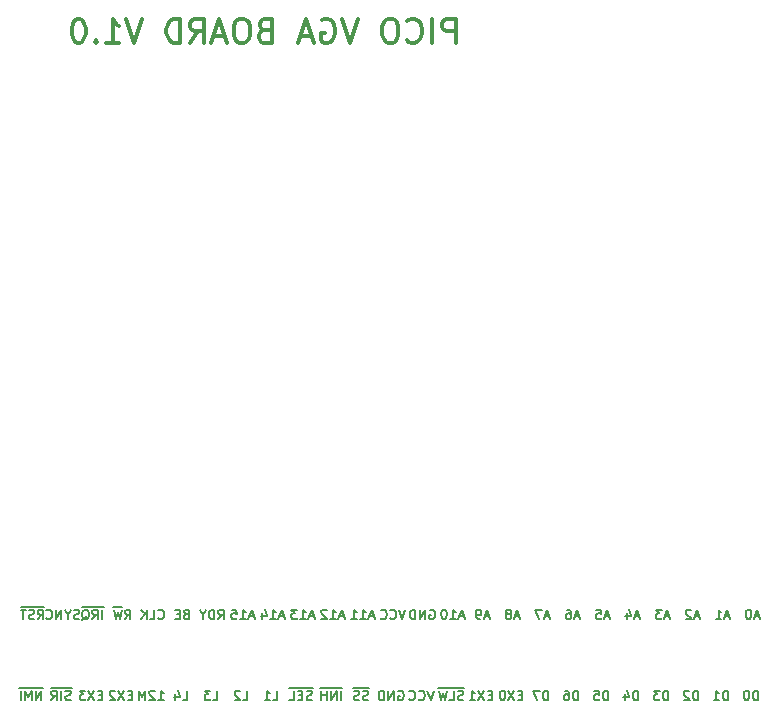
<source format=gbr>
%TF.GenerationSoftware,KiCad,Pcbnew,7.0.6-0*%
%TF.CreationDate,2023-07-30T18:46:11+02:00*%
%TF.ProjectId,pico_vga,7069636f-5f76-4676-912e-6b696361645f,v1.0*%
%TF.SameCoordinates,Original*%
%TF.FileFunction,Legend,Bot*%
%TF.FilePolarity,Positive*%
%FSLAX46Y46*%
G04 Gerber Fmt 4.6, Leading zero omitted, Abs format (unit mm)*
G04 Created by KiCad (PCBNEW 7.0.6-0) date 2023-07-30 18:46:11*
%MOMM*%
%LPD*%
G01*
G04 APERTURE LIST*
%ADD10C,0.300000*%
%ADD11C,0.150000*%
G04 APERTURE END LIST*
D10*
X141539477Y-94508638D02*
X141539477Y-92508638D01*
X141539477Y-92508638D02*
X140777572Y-92508638D01*
X140777572Y-92508638D02*
X140587096Y-92603876D01*
X140587096Y-92603876D02*
X140491858Y-92699114D01*
X140491858Y-92699114D02*
X140396620Y-92889590D01*
X140396620Y-92889590D02*
X140396620Y-93175304D01*
X140396620Y-93175304D02*
X140491858Y-93365780D01*
X140491858Y-93365780D02*
X140587096Y-93461019D01*
X140587096Y-93461019D02*
X140777572Y-93556257D01*
X140777572Y-93556257D02*
X141539477Y-93556257D01*
X139539477Y-94508638D02*
X139539477Y-92508638D01*
X137444239Y-94318161D02*
X137539477Y-94413400D01*
X137539477Y-94413400D02*
X137825191Y-94508638D01*
X137825191Y-94508638D02*
X138015667Y-94508638D01*
X138015667Y-94508638D02*
X138301382Y-94413400D01*
X138301382Y-94413400D02*
X138491858Y-94222923D01*
X138491858Y-94222923D02*
X138587096Y-94032447D01*
X138587096Y-94032447D02*
X138682334Y-93651495D01*
X138682334Y-93651495D02*
X138682334Y-93365780D01*
X138682334Y-93365780D02*
X138587096Y-92984828D01*
X138587096Y-92984828D02*
X138491858Y-92794352D01*
X138491858Y-92794352D02*
X138301382Y-92603876D01*
X138301382Y-92603876D02*
X138015667Y-92508638D01*
X138015667Y-92508638D02*
X137825191Y-92508638D01*
X137825191Y-92508638D02*
X137539477Y-92603876D01*
X137539477Y-92603876D02*
X137444239Y-92699114D01*
X136206144Y-92508638D02*
X135825191Y-92508638D01*
X135825191Y-92508638D02*
X135634715Y-92603876D01*
X135634715Y-92603876D02*
X135444239Y-92794352D01*
X135444239Y-92794352D02*
X135349001Y-93175304D01*
X135349001Y-93175304D02*
X135349001Y-93841971D01*
X135349001Y-93841971D02*
X135444239Y-94222923D01*
X135444239Y-94222923D02*
X135634715Y-94413400D01*
X135634715Y-94413400D02*
X135825191Y-94508638D01*
X135825191Y-94508638D02*
X136206144Y-94508638D01*
X136206144Y-94508638D02*
X136396620Y-94413400D01*
X136396620Y-94413400D02*
X136587096Y-94222923D01*
X136587096Y-94222923D02*
X136682334Y-93841971D01*
X136682334Y-93841971D02*
X136682334Y-93175304D01*
X136682334Y-93175304D02*
X136587096Y-92794352D01*
X136587096Y-92794352D02*
X136396620Y-92603876D01*
X136396620Y-92603876D02*
X136206144Y-92508638D01*
X133253762Y-92508638D02*
X132587096Y-94508638D01*
X132587096Y-94508638D02*
X131920429Y-92508638D01*
X130206143Y-92603876D02*
X130396619Y-92508638D01*
X130396619Y-92508638D02*
X130682333Y-92508638D01*
X130682333Y-92508638D02*
X130968048Y-92603876D01*
X130968048Y-92603876D02*
X131158524Y-92794352D01*
X131158524Y-92794352D02*
X131253762Y-92984828D01*
X131253762Y-92984828D02*
X131349000Y-93365780D01*
X131349000Y-93365780D02*
X131349000Y-93651495D01*
X131349000Y-93651495D02*
X131253762Y-94032447D01*
X131253762Y-94032447D02*
X131158524Y-94222923D01*
X131158524Y-94222923D02*
X130968048Y-94413400D01*
X130968048Y-94413400D02*
X130682333Y-94508638D01*
X130682333Y-94508638D02*
X130491857Y-94508638D01*
X130491857Y-94508638D02*
X130206143Y-94413400D01*
X130206143Y-94413400D02*
X130110905Y-94318161D01*
X130110905Y-94318161D02*
X130110905Y-93651495D01*
X130110905Y-93651495D02*
X130491857Y-93651495D01*
X129349000Y-93937209D02*
X128396619Y-93937209D01*
X129539476Y-94508638D02*
X128872810Y-92508638D01*
X128872810Y-92508638D02*
X128206143Y-94508638D01*
X125348999Y-93461019D02*
X125063285Y-93556257D01*
X125063285Y-93556257D02*
X124968047Y-93651495D01*
X124968047Y-93651495D02*
X124872809Y-93841971D01*
X124872809Y-93841971D02*
X124872809Y-94127685D01*
X124872809Y-94127685D02*
X124968047Y-94318161D01*
X124968047Y-94318161D02*
X125063285Y-94413400D01*
X125063285Y-94413400D02*
X125253761Y-94508638D01*
X125253761Y-94508638D02*
X126015666Y-94508638D01*
X126015666Y-94508638D02*
X126015666Y-92508638D01*
X126015666Y-92508638D02*
X125348999Y-92508638D01*
X125348999Y-92508638D02*
X125158523Y-92603876D01*
X125158523Y-92603876D02*
X125063285Y-92699114D01*
X125063285Y-92699114D02*
X124968047Y-92889590D01*
X124968047Y-92889590D02*
X124968047Y-93080066D01*
X124968047Y-93080066D02*
X125063285Y-93270542D01*
X125063285Y-93270542D02*
X125158523Y-93365780D01*
X125158523Y-93365780D02*
X125348999Y-93461019D01*
X125348999Y-93461019D02*
X126015666Y-93461019D01*
X123634714Y-92508638D02*
X123253761Y-92508638D01*
X123253761Y-92508638D02*
X123063285Y-92603876D01*
X123063285Y-92603876D02*
X122872809Y-92794352D01*
X122872809Y-92794352D02*
X122777571Y-93175304D01*
X122777571Y-93175304D02*
X122777571Y-93841971D01*
X122777571Y-93841971D02*
X122872809Y-94222923D01*
X122872809Y-94222923D02*
X123063285Y-94413400D01*
X123063285Y-94413400D02*
X123253761Y-94508638D01*
X123253761Y-94508638D02*
X123634714Y-94508638D01*
X123634714Y-94508638D02*
X123825190Y-94413400D01*
X123825190Y-94413400D02*
X124015666Y-94222923D01*
X124015666Y-94222923D02*
X124110904Y-93841971D01*
X124110904Y-93841971D02*
X124110904Y-93175304D01*
X124110904Y-93175304D02*
X124015666Y-92794352D01*
X124015666Y-92794352D02*
X123825190Y-92603876D01*
X123825190Y-92603876D02*
X123634714Y-92508638D01*
X122015666Y-93937209D02*
X121063285Y-93937209D01*
X122206142Y-94508638D02*
X121539476Y-92508638D01*
X121539476Y-92508638D02*
X120872809Y-94508638D01*
X119063285Y-94508638D02*
X119729952Y-93556257D01*
X120206142Y-94508638D02*
X120206142Y-92508638D01*
X120206142Y-92508638D02*
X119444237Y-92508638D01*
X119444237Y-92508638D02*
X119253761Y-92603876D01*
X119253761Y-92603876D02*
X119158523Y-92699114D01*
X119158523Y-92699114D02*
X119063285Y-92889590D01*
X119063285Y-92889590D02*
X119063285Y-93175304D01*
X119063285Y-93175304D02*
X119158523Y-93365780D01*
X119158523Y-93365780D02*
X119253761Y-93461019D01*
X119253761Y-93461019D02*
X119444237Y-93556257D01*
X119444237Y-93556257D02*
X120206142Y-93556257D01*
X118206142Y-94508638D02*
X118206142Y-92508638D01*
X118206142Y-92508638D02*
X117729952Y-92508638D01*
X117729952Y-92508638D02*
X117444237Y-92603876D01*
X117444237Y-92603876D02*
X117253761Y-92794352D01*
X117253761Y-92794352D02*
X117158523Y-92984828D01*
X117158523Y-92984828D02*
X117063285Y-93365780D01*
X117063285Y-93365780D02*
X117063285Y-93651495D01*
X117063285Y-93651495D02*
X117158523Y-94032447D01*
X117158523Y-94032447D02*
X117253761Y-94222923D01*
X117253761Y-94222923D02*
X117444237Y-94413400D01*
X117444237Y-94413400D02*
X117729952Y-94508638D01*
X117729952Y-94508638D02*
X118206142Y-94508638D01*
X114968046Y-92508638D02*
X114301380Y-94508638D01*
X114301380Y-94508638D02*
X113634713Y-92508638D01*
X111920427Y-94508638D02*
X113063284Y-94508638D01*
X112491856Y-94508638D02*
X112491856Y-92508638D01*
X112491856Y-92508638D02*
X112682332Y-92794352D01*
X112682332Y-92794352D02*
X112872808Y-92984828D01*
X112872808Y-92984828D02*
X113063284Y-93080066D01*
X111063284Y-94318161D02*
X110968046Y-94413400D01*
X110968046Y-94413400D02*
X111063284Y-94508638D01*
X111063284Y-94508638D02*
X111158522Y-94413400D01*
X111158522Y-94413400D02*
X111063284Y-94318161D01*
X111063284Y-94318161D02*
X111063284Y-94508638D01*
X109729951Y-92508638D02*
X109539474Y-92508638D01*
X109539474Y-92508638D02*
X109348998Y-92603876D01*
X109348998Y-92603876D02*
X109253760Y-92699114D01*
X109253760Y-92699114D02*
X109158522Y-92889590D01*
X109158522Y-92889590D02*
X109063284Y-93270542D01*
X109063284Y-93270542D02*
X109063284Y-93746733D01*
X109063284Y-93746733D02*
X109158522Y-94127685D01*
X109158522Y-94127685D02*
X109253760Y-94318161D01*
X109253760Y-94318161D02*
X109348998Y-94413400D01*
X109348998Y-94413400D02*
X109539474Y-94508638D01*
X109539474Y-94508638D02*
X109729951Y-94508638D01*
X109729951Y-94508638D02*
X109920427Y-94413400D01*
X109920427Y-94413400D02*
X110015665Y-94318161D01*
X110015665Y-94318161D02*
X110110903Y-94127685D01*
X110110903Y-94127685D02*
X110206141Y-93746733D01*
X110206141Y-93746733D02*
X110206141Y-93270542D01*
X110206141Y-93270542D02*
X110110903Y-92889590D01*
X110110903Y-92889590D02*
X110015665Y-92699114D01*
X110015665Y-92699114D02*
X109920427Y-92603876D01*
X109920427Y-92603876D02*
X109729951Y-92508638D01*
D11*
X146938928Y-143072223D02*
X146557975Y-143072223D01*
X147015118Y-143300795D02*
X146748451Y-142500795D01*
X146748451Y-142500795D02*
X146481785Y-143300795D01*
X146100833Y-142843652D02*
X146177023Y-142805557D01*
X146177023Y-142805557D02*
X146215118Y-142767461D01*
X146215118Y-142767461D02*
X146253214Y-142691271D01*
X146253214Y-142691271D02*
X146253214Y-142653176D01*
X146253214Y-142653176D02*
X146215118Y-142576985D01*
X146215118Y-142576985D02*
X146177023Y-142538890D01*
X146177023Y-142538890D02*
X146100833Y-142500795D01*
X146100833Y-142500795D02*
X145948452Y-142500795D01*
X145948452Y-142500795D02*
X145872261Y-142538890D01*
X145872261Y-142538890D02*
X145834166Y-142576985D01*
X145834166Y-142576985D02*
X145796071Y-142653176D01*
X145796071Y-142653176D02*
X145796071Y-142691271D01*
X145796071Y-142691271D02*
X145834166Y-142767461D01*
X145834166Y-142767461D02*
X145872261Y-142805557D01*
X145872261Y-142805557D02*
X145948452Y-142843652D01*
X145948452Y-142843652D02*
X146100833Y-142843652D01*
X146100833Y-142843652D02*
X146177023Y-142881747D01*
X146177023Y-142881747D02*
X146215118Y-142919842D01*
X146215118Y-142919842D02*
X146253214Y-142996033D01*
X146253214Y-142996033D02*
X146253214Y-143148414D01*
X146253214Y-143148414D02*
X146215118Y-143224604D01*
X146215118Y-143224604D02*
X146177023Y-143262700D01*
X146177023Y-143262700D02*
X146100833Y-143300795D01*
X146100833Y-143300795D02*
X145948452Y-143300795D01*
X145948452Y-143300795D02*
X145872261Y-143262700D01*
X145872261Y-143262700D02*
X145834166Y-143224604D01*
X145834166Y-143224604D02*
X145796071Y-143148414D01*
X145796071Y-143148414D02*
X145796071Y-142996033D01*
X145796071Y-142996033D02*
X145834166Y-142919842D01*
X145834166Y-142919842D02*
X145872261Y-142881747D01*
X145872261Y-142881747D02*
X145948452Y-142843652D01*
X106165594Y-143300795D02*
X106432261Y-142919842D01*
X106622737Y-143300795D02*
X106622737Y-142500795D01*
X106622737Y-142500795D02*
X106317975Y-142500795D01*
X106317975Y-142500795D02*
X106241785Y-142538890D01*
X106241785Y-142538890D02*
X106203690Y-142576985D01*
X106203690Y-142576985D02*
X106165594Y-142653176D01*
X106165594Y-142653176D02*
X106165594Y-142767461D01*
X106165594Y-142767461D02*
X106203690Y-142843652D01*
X106203690Y-142843652D02*
X106241785Y-142881747D01*
X106241785Y-142881747D02*
X106317975Y-142919842D01*
X106317975Y-142919842D02*
X106622737Y-142919842D01*
X105860833Y-143262700D02*
X105746547Y-143300795D01*
X105746547Y-143300795D02*
X105556071Y-143300795D01*
X105556071Y-143300795D02*
X105479880Y-143262700D01*
X105479880Y-143262700D02*
X105441785Y-143224604D01*
X105441785Y-143224604D02*
X105403690Y-143148414D01*
X105403690Y-143148414D02*
X105403690Y-143072223D01*
X105403690Y-143072223D02*
X105441785Y-142996033D01*
X105441785Y-142996033D02*
X105479880Y-142957938D01*
X105479880Y-142957938D02*
X105556071Y-142919842D01*
X105556071Y-142919842D02*
X105708452Y-142881747D01*
X105708452Y-142881747D02*
X105784642Y-142843652D01*
X105784642Y-142843652D02*
X105822737Y-142805557D01*
X105822737Y-142805557D02*
X105860833Y-142729366D01*
X105860833Y-142729366D02*
X105860833Y-142653176D01*
X105860833Y-142653176D02*
X105822737Y-142576985D01*
X105822737Y-142576985D02*
X105784642Y-142538890D01*
X105784642Y-142538890D02*
X105708452Y-142500795D01*
X105708452Y-142500795D02*
X105517975Y-142500795D01*
X105517975Y-142500795D02*
X105403690Y-142538890D01*
X105175118Y-142500795D02*
X104717975Y-142500795D01*
X104946547Y-143300795D02*
X104946547Y-142500795D01*
X106733214Y-142278700D02*
X104721785Y-142278700D01*
X113557023Y-143300795D02*
X113823690Y-142919842D01*
X114014166Y-143300795D02*
X114014166Y-142500795D01*
X114014166Y-142500795D02*
X113709404Y-142500795D01*
X113709404Y-142500795D02*
X113633214Y-142538890D01*
X113633214Y-142538890D02*
X113595119Y-142576985D01*
X113595119Y-142576985D02*
X113557023Y-142653176D01*
X113557023Y-142653176D02*
X113557023Y-142767461D01*
X113557023Y-142767461D02*
X113595119Y-142843652D01*
X113595119Y-142843652D02*
X113633214Y-142881747D01*
X113633214Y-142881747D02*
X113709404Y-142919842D01*
X113709404Y-142919842D02*
X114014166Y-142919842D01*
X113290357Y-142500795D02*
X113099881Y-143300795D01*
X113099881Y-143300795D02*
X112947500Y-142729366D01*
X112947500Y-142729366D02*
X112795119Y-143300795D01*
X112795119Y-143300795D02*
X112604643Y-142500795D01*
X113324643Y-142278700D02*
X112570357Y-142278700D01*
X116363689Y-143224604D02*
X116401785Y-143262700D01*
X116401785Y-143262700D02*
X116516070Y-143300795D01*
X116516070Y-143300795D02*
X116592261Y-143300795D01*
X116592261Y-143300795D02*
X116706547Y-143262700D01*
X116706547Y-143262700D02*
X116782737Y-143186509D01*
X116782737Y-143186509D02*
X116820832Y-143110319D01*
X116820832Y-143110319D02*
X116858928Y-142957938D01*
X116858928Y-142957938D02*
X116858928Y-142843652D01*
X116858928Y-142843652D02*
X116820832Y-142691271D01*
X116820832Y-142691271D02*
X116782737Y-142615080D01*
X116782737Y-142615080D02*
X116706547Y-142538890D01*
X116706547Y-142538890D02*
X116592261Y-142500795D01*
X116592261Y-142500795D02*
X116516070Y-142500795D01*
X116516070Y-142500795D02*
X116401785Y-142538890D01*
X116401785Y-142538890D02*
X116363689Y-142576985D01*
X115639880Y-143300795D02*
X116020832Y-143300795D01*
X116020832Y-143300795D02*
X116020832Y-142500795D01*
X115373213Y-143300795D02*
X115373213Y-142500795D01*
X114916070Y-143300795D02*
X115258928Y-142843652D01*
X114916070Y-142500795D02*
X115373213Y-142957938D01*
X149478928Y-143072223D02*
X149097975Y-143072223D01*
X149555118Y-143300795D02*
X149288451Y-142500795D01*
X149288451Y-142500795D02*
X149021785Y-143300795D01*
X148831309Y-142500795D02*
X148297975Y-142500795D01*
X148297975Y-142500795D02*
X148640833Y-143300795D01*
X142239881Y-143072223D02*
X141858928Y-143072223D01*
X142316071Y-143300795D02*
X142049404Y-142500795D01*
X142049404Y-142500795D02*
X141782738Y-143300795D01*
X141097024Y-143300795D02*
X141554167Y-143300795D01*
X141325595Y-143300795D02*
X141325595Y-142500795D01*
X141325595Y-142500795D02*
X141401786Y-142615080D01*
X141401786Y-142615080D02*
X141477976Y-142691271D01*
X141477976Y-142691271D02*
X141554167Y-142729366D01*
X140601785Y-142500795D02*
X140525595Y-142500795D01*
X140525595Y-142500795D02*
X140449404Y-142538890D01*
X140449404Y-142538890D02*
X140411309Y-142576985D01*
X140411309Y-142576985D02*
X140373214Y-142653176D01*
X140373214Y-142653176D02*
X140335119Y-142805557D01*
X140335119Y-142805557D02*
X140335119Y-142996033D01*
X140335119Y-142996033D02*
X140373214Y-143148414D01*
X140373214Y-143148414D02*
X140411309Y-143224604D01*
X140411309Y-143224604D02*
X140449404Y-143262700D01*
X140449404Y-143262700D02*
X140525595Y-143300795D01*
X140525595Y-143300795D02*
X140601785Y-143300795D01*
X140601785Y-143300795D02*
X140677976Y-143262700D01*
X140677976Y-143262700D02*
X140716071Y-143224604D01*
X140716071Y-143224604D02*
X140754166Y-143148414D01*
X140754166Y-143148414D02*
X140792262Y-142996033D01*
X140792262Y-142996033D02*
X140792262Y-142805557D01*
X140792262Y-142805557D02*
X140754166Y-142653176D01*
X140754166Y-142653176D02*
X140716071Y-142576985D01*
X140716071Y-142576985D02*
X140677976Y-142538890D01*
X140677976Y-142538890D02*
X140601785Y-142500795D01*
X154558928Y-143072223D02*
X154177975Y-143072223D01*
X154635118Y-143300795D02*
X154368451Y-142500795D01*
X154368451Y-142500795D02*
X154101785Y-143300795D01*
X153454166Y-142500795D02*
X153835118Y-142500795D01*
X153835118Y-142500795D02*
X153873214Y-142881747D01*
X153873214Y-142881747D02*
X153835118Y-142843652D01*
X153835118Y-142843652D02*
X153758928Y-142805557D01*
X153758928Y-142805557D02*
X153568452Y-142805557D01*
X153568452Y-142805557D02*
X153492261Y-142843652D01*
X153492261Y-142843652D02*
X153454166Y-142881747D01*
X153454166Y-142881747D02*
X153416071Y-142957938D01*
X153416071Y-142957938D02*
X153416071Y-143148414D01*
X153416071Y-143148414D02*
X153454166Y-143224604D01*
X153454166Y-143224604D02*
X153492261Y-143262700D01*
X153492261Y-143262700D02*
X153568452Y-143300795D01*
X153568452Y-143300795D02*
X153758928Y-143300795D01*
X153758928Y-143300795D02*
X153835118Y-143262700D01*
X153835118Y-143262700D02*
X153873214Y-143224604D01*
X157098928Y-143072223D02*
X156717975Y-143072223D01*
X157175118Y-143300795D02*
X156908451Y-142500795D01*
X156908451Y-142500795D02*
X156641785Y-143300795D01*
X156032261Y-142767461D02*
X156032261Y-143300795D01*
X156222737Y-142462700D02*
X156413214Y-143034128D01*
X156413214Y-143034128D02*
X155917975Y-143034128D01*
X162178928Y-143072223D02*
X161797975Y-143072223D01*
X162255118Y-143300795D02*
X161988451Y-142500795D01*
X161988451Y-142500795D02*
X161721785Y-143300795D01*
X161493214Y-142576985D02*
X161455118Y-142538890D01*
X161455118Y-142538890D02*
X161378928Y-142500795D01*
X161378928Y-142500795D02*
X161188452Y-142500795D01*
X161188452Y-142500795D02*
X161112261Y-142538890D01*
X161112261Y-142538890D02*
X161074166Y-142576985D01*
X161074166Y-142576985D02*
X161036071Y-142653176D01*
X161036071Y-142653176D02*
X161036071Y-142729366D01*
X161036071Y-142729366D02*
X161074166Y-142843652D01*
X161074166Y-142843652D02*
X161531309Y-143300795D01*
X161531309Y-143300795D02*
X161036071Y-143300795D01*
X167258928Y-143072223D02*
X166877975Y-143072223D01*
X167335118Y-143300795D02*
X167068451Y-142500795D01*
X167068451Y-142500795D02*
X166801785Y-143300795D01*
X166382737Y-142500795D02*
X166306547Y-142500795D01*
X166306547Y-142500795D02*
X166230356Y-142538890D01*
X166230356Y-142538890D02*
X166192261Y-142576985D01*
X166192261Y-142576985D02*
X166154166Y-142653176D01*
X166154166Y-142653176D02*
X166116071Y-142805557D01*
X166116071Y-142805557D02*
X166116071Y-142996033D01*
X166116071Y-142996033D02*
X166154166Y-143148414D01*
X166154166Y-143148414D02*
X166192261Y-143224604D01*
X166192261Y-143224604D02*
X166230356Y-143262700D01*
X166230356Y-143262700D02*
X166306547Y-143300795D01*
X166306547Y-143300795D02*
X166382737Y-143300795D01*
X166382737Y-143300795D02*
X166458928Y-143262700D01*
X166458928Y-143262700D02*
X166497023Y-143224604D01*
X166497023Y-143224604D02*
X166535118Y-143148414D01*
X166535118Y-143148414D02*
X166573214Y-142996033D01*
X166573214Y-142996033D02*
X166573214Y-142805557D01*
X166573214Y-142805557D02*
X166535118Y-142653176D01*
X166535118Y-142653176D02*
X166497023Y-142576985D01*
X166497023Y-142576985D02*
X166458928Y-142538890D01*
X166458928Y-142538890D02*
X166382737Y-142500795D01*
X164718928Y-143072223D02*
X164337975Y-143072223D01*
X164795118Y-143300795D02*
X164528451Y-142500795D01*
X164528451Y-142500795D02*
X164261785Y-143300795D01*
X163576071Y-143300795D02*
X164033214Y-143300795D01*
X163804642Y-143300795D02*
X163804642Y-142500795D01*
X163804642Y-142500795D02*
X163880833Y-142615080D01*
X163880833Y-142615080D02*
X163957023Y-142691271D01*
X163957023Y-142691271D02*
X164033214Y-142729366D01*
X126999881Y-143072223D02*
X126618928Y-143072223D01*
X127076071Y-143300795D02*
X126809404Y-142500795D01*
X126809404Y-142500795D02*
X126542738Y-143300795D01*
X125857024Y-143300795D02*
X126314167Y-143300795D01*
X126085595Y-143300795D02*
X126085595Y-142500795D01*
X126085595Y-142500795D02*
X126161786Y-142615080D01*
X126161786Y-142615080D02*
X126237976Y-142691271D01*
X126237976Y-142691271D02*
X126314167Y-142729366D01*
X125171309Y-142767461D02*
X125171309Y-143300795D01*
X125361785Y-142462700D02*
X125552262Y-143034128D01*
X125552262Y-143034128D02*
X125057023Y-143034128D01*
X129539881Y-143072223D02*
X129158928Y-143072223D01*
X129616071Y-143300795D02*
X129349404Y-142500795D01*
X129349404Y-142500795D02*
X129082738Y-143300795D01*
X128397024Y-143300795D02*
X128854167Y-143300795D01*
X128625595Y-143300795D02*
X128625595Y-142500795D01*
X128625595Y-142500795D02*
X128701786Y-142615080D01*
X128701786Y-142615080D02*
X128777976Y-142691271D01*
X128777976Y-142691271D02*
X128854167Y-142729366D01*
X128130357Y-142500795D02*
X127635119Y-142500795D01*
X127635119Y-142500795D02*
X127901785Y-142805557D01*
X127901785Y-142805557D02*
X127787500Y-142805557D01*
X127787500Y-142805557D02*
X127711309Y-142843652D01*
X127711309Y-142843652D02*
X127673214Y-142881747D01*
X127673214Y-142881747D02*
X127635119Y-142957938D01*
X127635119Y-142957938D02*
X127635119Y-143148414D01*
X127635119Y-143148414D02*
X127673214Y-143224604D01*
X127673214Y-143224604D02*
X127711309Y-143262700D01*
X127711309Y-143262700D02*
X127787500Y-143300795D01*
X127787500Y-143300795D02*
X128016071Y-143300795D01*
X128016071Y-143300795D02*
X128092262Y-143262700D01*
X128092262Y-143262700D02*
X128130357Y-143224604D01*
X144398928Y-143072223D02*
X144017975Y-143072223D01*
X144475118Y-143300795D02*
X144208451Y-142500795D01*
X144208451Y-142500795D02*
X143941785Y-143300795D01*
X143637023Y-143300795D02*
X143484642Y-143300795D01*
X143484642Y-143300795D02*
X143408452Y-143262700D01*
X143408452Y-143262700D02*
X143370356Y-143224604D01*
X143370356Y-143224604D02*
X143294166Y-143110319D01*
X143294166Y-143110319D02*
X143256071Y-142957938D01*
X143256071Y-142957938D02*
X143256071Y-142653176D01*
X143256071Y-142653176D02*
X143294166Y-142576985D01*
X143294166Y-142576985D02*
X143332261Y-142538890D01*
X143332261Y-142538890D02*
X143408452Y-142500795D01*
X143408452Y-142500795D02*
X143560833Y-142500795D01*
X143560833Y-142500795D02*
X143637023Y-142538890D01*
X143637023Y-142538890D02*
X143675118Y-142576985D01*
X143675118Y-142576985D02*
X143713214Y-142653176D01*
X143713214Y-142653176D02*
X143713214Y-142843652D01*
X143713214Y-142843652D02*
X143675118Y-142919842D01*
X143675118Y-142919842D02*
X143637023Y-142957938D01*
X143637023Y-142957938D02*
X143560833Y-142996033D01*
X143560833Y-142996033D02*
X143408452Y-142996033D01*
X143408452Y-142996033D02*
X143332261Y-142957938D01*
X143332261Y-142957938D02*
X143294166Y-142919842D01*
X143294166Y-142919842D02*
X143256071Y-142843652D01*
X167150975Y-150158795D02*
X167150975Y-149358795D01*
X167150975Y-149358795D02*
X166960499Y-149358795D01*
X166960499Y-149358795D02*
X166846213Y-149396890D01*
X166846213Y-149396890D02*
X166770023Y-149473080D01*
X166770023Y-149473080D02*
X166731928Y-149549271D01*
X166731928Y-149549271D02*
X166693832Y-149701652D01*
X166693832Y-149701652D02*
X166693832Y-149815938D01*
X166693832Y-149815938D02*
X166731928Y-149968319D01*
X166731928Y-149968319D02*
X166770023Y-150044509D01*
X166770023Y-150044509D02*
X166846213Y-150120700D01*
X166846213Y-150120700D02*
X166960499Y-150158795D01*
X166960499Y-150158795D02*
X167150975Y-150158795D01*
X166198594Y-149358795D02*
X166122404Y-149358795D01*
X166122404Y-149358795D02*
X166046213Y-149396890D01*
X166046213Y-149396890D02*
X166008118Y-149434985D01*
X166008118Y-149434985D02*
X165970023Y-149511176D01*
X165970023Y-149511176D02*
X165931928Y-149663557D01*
X165931928Y-149663557D02*
X165931928Y-149854033D01*
X165931928Y-149854033D02*
X165970023Y-150006414D01*
X165970023Y-150006414D02*
X166008118Y-150082604D01*
X166008118Y-150082604D02*
X166046213Y-150120700D01*
X166046213Y-150120700D02*
X166122404Y-150158795D01*
X166122404Y-150158795D02*
X166198594Y-150158795D01*
X166198594Y-150158795D02*
X166274785Y-150120700D01*
X166274785Y-150120700D02*
X166312880Y-150082604D01*
X166312880Y-150082604D02*
X166350975Y-150006414D01*
X166350975Y-150006414D02*
X166389071Y-149854033D01*
X166389071Y-149854033D02*
X166389071Y-149663557D01*
X166389071Y-149663557D02*
X166350975Y-149511176D01*
X166350975Y-149511176D02*
X166312880Y-149434985D01*
X166312880Y-149434985D02*
X166274785Y-149396890D01*
X166274785Y-149396890D02*
X166198594Y-149358795D01*
X164610975Y-150158795D02*
X164610975Y-149358795D01*
X164610975Y-149358795D02*
X164420499Y-149358795D01*
X164420499Y-149358795D02*
X164306213Y-149396890D01*
X164306213Y-149396890D02*
X164230023Y-149473080D01*
X164230023Y-149473080D02*
X164191928Y-149549271D01*
X164191928Y-149549271D02*
X164153832Y-149701652D01*
X164153832Y-149701652D02*
X164153832Y-149815938D01*
X164153832Y-149815938D02*
X164191928Y-149968319D01*
X164191928Y-149968319D02*
X164230023Y-150044509D01*
X164230023Y-150044509D02*
X164306213Y-150120700D01*
X164306213Y-150120700D02*
X164420499Y-150158795D01*
X164420499Y-150158795D02*
X164610975Y-150158795D01*
X163391928Y-150158795D02*
X163849071Y-150158795D01*
X163620499Y-150158795D02*
X163620499Y-149358795D01*
X163620499Y-149358795D02*
X163696690Y-149473080D01*
X163696690Y-149473080D02*
X163772880Y-149549271D01*
X163772880Y-149549271D02*
X163849071Y-149587366D01*
X134150024Y-150120700D02*
X134035738Y-150158795D01*
X134035738Y-150158795D02*
X133845262Y-150158795D01*
X133845262Y-150158795D02*
X133769071Y-150120700D01*
X133769071Y-150120700D02*
X133730976Y-150082604D01*
X133730976Y-150082604D02*
X133692881Y-150006414D01*
X133692881Y-150006414D02*
X133692881Y-149930223D01*
X133692881Y-149930223D02*
X133730976Y-149854033D01*
X133730976Y-149854033D02*
X133769071Y-149815938D01*
X133769071Y-149815938D02*
X133845262Y-149777842D01*
X133845262Y-149777842D02*
X133997643Y-149739747D01*
X133997643Y-149739747D02*
X134073833Y-149701652D01*
X134073833Y-149701652D02*
X134111928Y-149663557D01*
X134111928Y-149663557D02*
X134150024Y-149587366D01*
X134150024Y-149587366D02*
X134150024Y-149511176D01*
X134150024Y-149511176D02*
X134111928Y-149434985D01*
X134111928Y-149434985D02*
X134073833Y-149396890D01*
X134073833Y-149396890D02*
X133997643Y-149358795D01*
X133997643Y-149358795D02*
X133807166Y-149358795D01*
X133807166Y-149358795D02*
X133692881Y-149396890D01*
X133388119Y-150120700D02*
X133273833Y-150158795D01*
X133273833Y-150158795D02*
X133083357Y-150158795D01*
X133083357Y-150158795D02*
X133007166Y-150120700D01*
X133007166Y-150120700D02*
X132969071Y-150082604D01*
X132969071Y-150082604D02*
X132930976Y-150006414D01*
X132930976Y-150006414D02*
X132930976Y-149930223D01*
X132930976Y-149930223D02*
X132969071Y-149854033D01*
X132969071Y-149854033D02*
X133007166Y-149815938D01*
X133007166Y-149815938D02*
X133083357Y-149777842D01*
X133083357Y-149777842D02*
X133235738Y-149739747D01*
X133235738Y-149739747D02*
X133311928Y-149701652D01*
X133311928Y-149701652D02*
X133350023Y-149663557D01*
X133350023Y-149663557D02*
X133388119Y-149587366D01*
X133388119Y-149587366D02*
X133388119Y-149511176D01*
X133388119Y-149511176D02*
X133350023Y-149434985D01*
X133350023Y-149434985D02*
X133311928Y-149396890D01*
X133311928Y-149396890D02*
X133235738Y-149358795D01*
X133235738Y-149358795D02*
X133045261Y-149358795D01*
X133045261Y-149358795D02*
X132930976Y-149396890D01*
X134222405Y-149136700D02*
X132858595Y-149136700D01*
X139357023Y-142538890D02*
X139433213Y-142500795D01*
X139433213Y-142500795D02*
X139547499Y-142500795D01*
X139547499Y-142500795D02*
X139661785Y-142538890D01*
X139661785Y-142538890D02*
X139737975Y-142615080D01*
X139737975Y-142615080D02*
X139776070Y-142691271D01*
X139776070Y-142691271D02*
X139814166Y-142843652D01*
X139814166Y-142843652D02*
X139814166Y-142957938D01*
X139814166Y-142957938D02*
X139776070Y-143110319D01*
X139776070Y-143110319D02*
X139737975Y-143186509D01*
X139737975Y-143186509D02*
X139661785Y-143262700D01*
X139661785Y-143262700D02*
X139547499Y-143300795D01*
X139547499Y-143300795D02*
X139471308Y-143300795D01*
X139471308Y-143300795D02*
X139357023Y-143262700D01*
X139357023Y-143262700D02*
X139318927Y-143224604D01*
X139318927Y-143224604D02*
X139318927Y-142957938D01*
X139318927Y-142957938D02*
X139471308Y-142957938D01*
X138976070Y-143300795D02*
X138976070Y-142500795D01*
X138976070Y-142500795D02*
X138518927Y-143300795D01*
X138518927Y-143300795D02*
X138518927Y-142500795D01*
X138137975Y-143300795D02*
X138137975Y-142500795D01*
X138137975Y-142500795D02*
X137947499Y-142500795D01*
X137947499Y-142500795D02*
X137833213Y-142538890D01*
X137833213Y-142538890D02*
X137757023Y-142615080D01*
X137757023Y-142615080D02*
X137718928Y-142691271D01*
X137718928Y-142691271D02*
X137680832Y-142843652D01*
X137680832Y-142843652D02*
X137680832Y-142957938D01*
X137680832Y-142957938D02*
X137718928Y-143110319D01*
X137718928Y-143110319D02*
X137757023Y-143186509D01*
X137757023Y-143186509D02*
X137833213Y-143262700D01*
X137833213Y-143262700D02*
X137947499Y-143300795D01*
X137947499Y-143300795D02*
X138137975Y-143300795D01*
X159638928Y-143072223D02*
X159257975Y-143072223D01*
X159715118Y-143300795D02*
X159448451Y-142500795D01*
X159448451Y-142500795D02*
X159181785Y-143300795D01*
X158991309Y-142500795D02*
X158496071Y-142500795D01*
X158496071Y-142500795D02*
X158762737Y-142805557D01*
X158762737Y-142805557D02*
X158648452Y-142805557D01*
X158648452Y-142805557D02*
X158572261Y-142843652D01*
X158572261Y-142843652D02*
X158534166Y-142881747D01*
X158534166Y-142881747D02*
X158496071Y-142957938D01*
X158496071Y-142957938D02*
X158496071Y-143148414D01*
X158496071Y-143148414D02*
X158534166Y-143224604D01*
X158534166Y-143224604D02*
X158572261Y-143262700D01*
X158572261Y-143262700D02*
X158648452Y-143300795D01*
X158648452Y-143300795D02*
X158877023Y-143300795D01*
X158877023Y-143300795D02*
X158953214Y-143262700D01*
X158953214Y-143262700D02*
X158991309Y-143224604D01*
X137274166Y-142500795D02*
X137007499Y-143300795D01*
X137007499Y-143300795D02*
X136740833Y-142500795D01*
X136017023Y-143224604D02*
X136055119Y-143262700D01*
X136055119Y-143262700D02*
X136169404Y-143300795D01*
X136169404Y-143300795D02*
X136245595Y-143300795D01*
X136245595Y-143300795D02*
X136359881Y-143262700D01*
X136359881Y-143262700D02*
X136436071Y-143186509D01*
X136436071Y-143186509D02*
X136474166Y-143110319D01*
X136474166Y-143110319D02*
X136512262Y-142957938D01*
X136512262Y-142957938D02*
X136512262Y-142843652D01*
X136512262Y-142843652D02*
X136474166Y-142691271D01*
X136474166Y-142691271D02*
X136436071Y-142615080D01*
X136436071Y-142615080D02*
X136359881Y-142538890D01*
X136359881Y-142538890D02*
X136245595Y-142500795D01*
X136245595Y-142500795D02*
X136169404Y-142500795D01*
X136169404Y-142500795D02*
X136055119Y-142538890D01*
X136055119Y-142538890D02*
X136017023Y-142576985D01*
X135217023Y-143224604D02*
X135255119Y-143262700D01*
X135255119Y-143262700D02*
X135369404Y-143300795D01*
X135369404Y-143300795D02*
X135445595Y-143300795D01*
X135445595Y-143300795D02*
X135559881Y-143262700D01*
X135559881Y-143262700D02*
X135636071Y-143186509D01*
X135636071Y-143186509D02*
X135674166Y-143110319D01*
X135674166Y-143110319D02*
X135712262Y-142957938D01*
X135712262Y-142957938D02*
X135712262Y-142843652D01*
X135712262Y-142843652D02*
X135674166Y-142691271D01*
X135674166Y-142691271D02*
X135636071Y-142615080D01*
X135636071Y-142615080D02*
X135559881Y-142538890D01*
X135559881Y-142538890D02*
X135445595Y-142500795D01*
X135445595Y-142500795D02*
X135369404Y-142500795D01*
X135369404Y-142500795D02*
X135255119Y-142538890D01*
X135255119Y-142538890D02*
X135217023Y-142576985D01*
X134619881Y-143072223D02*
X134238928Y-143072223D01*
X134696071Y-143300795D02*
X134429404Y-142500795D01*
X134429404Y-142500795D02*
X134162738Y-143300795D01*
X133477024Y-143300795D02*
X133934167Y-143300795D01*
X133705595Y-143300795D02*
X133705595Y-142500795D01*
X133705595Y-142500795D02*
X133781786Y-142615080D01*
X133781786Y-142615080D02*
X133857976Y-142691271D01*
X133857976Y-142691271D02*
X133934167Y-142729366D01*
X132715119Y-143300795D02*
X133172262Y-143300795D01*
X132943690Y-143300795D02*
X132943690Y-142500795D01*
X132943690Y-142500795D02*
X133019881Y-142615080D01*
X133019881Y-142615080D02*
X133096071Y-142691271D01*
X133096071Y-142691271D02*
X133172262Y-142729366D01*
X132079881Y-143072223D02*
X131698928Y-143072223D01*
X132156071Y-143300795D02*
X131889404Y-142500795D01*
X131889404Y-142500795D02*
X131622738Y-143300795D01*
X130937024Y-143300795D02*
X131394167Y-143300795D01*
X131165595Y-143300795D02*
X131165595Y-142500795D01*
X131165595Y-142500795D02*
X131241786Y-142615080D01*
X131241786Y-142615080D02*
X131317976Y-142691271D01*
X131317976Y-142691271D02*
X131394167Y-142729366D01*
X130632262Y-142576985D02*
X130594166Y-142538890D01*
X130594166Y-142538890D02*
X130517976Y-142500795D01*
X130517976Y-142500795D02*
X130327500Y-142500795D01*
X130327500Y-142500795D02*
X130251309Y-142538890D01*
X130251309Y-142538890D02*
X130213214Y-142576985D01*
X130213214Y-142576985D02*
X130175119Y-142653176D01*
X130175119Y-142653176D02*
X130175119Y-142729366D01*
X130175119Y-142729366D02*
X130213214Y-142843652D01*
X130213214Y-142843652D02*
X130670357Y-143300795D01*
X130670357Y-143300795D02*
X130175119Y-143300795D01*
X111626546Y-143300795D02*
X111626546Y-142500795D01*
X110788451Y-143300795D02*
X111055118Y-142919842D01*
X111245594Y-143300795D02*
X111245594Y-142500795D01*
X111245594Y-142500795D02*
X110940832Y-142500795D01*
X110940832Y-142500795D02*
X110864642Y-142538890D01*
X110864642Y-142538890D02*
X110826547Y-142576985D01*
X110826547Y-142576985D02*
X110788451Y-142653176D01*
X110788451Y-142653176D02*
X110788451Y-142767461D01*
X110788451Y-142767461D02*
X110826547Y-142843652D01*
X110826547Y-142843652D02*
X110864642Y-142881747D01*
X110864642Y-142881747D02*
X110940832Y-142919842D01*
X110940832Y-142919842D02*
X111245594Y-142919842D01*
X109912261Y-143376985D02*
X109988451Y-143338890D01*
X109988451Y-143338890D02*
X110064642Y-143262700D01*
X110064642Y-143262700D02*
X110178928Y-143148414D01*
X110178928Y-143148414D02*
X110255118Y-143110319D01*
X110255118Y-143110319D02*
X110331309Y-143110319D01*
X110293213Y-143300795D02*
X110369404Y-143262700D01*
X110369404Y-143262700D02*
X110445594Y-143186509D01*
X110445594Y-143186509D02*
X110483690Y-143034128D01*
X110483690Y-143034128D02*
X110483690Y-142767461D01*
X110483690Y-142767461D02*
X110445594Y-142615080D01*
X110445594Y-142615080D02*
X110369404Y-142538890D01*
X110369404Y-142538890D02*
X110293213Y-142500795D01*
X110293213Y-142500795D02*
X110140832Y-142500795D01*
X110140832Y-142500795D02*
X110064642Y-142538890D01*
X110064642Y-142538890D02*
X109988451Y-142615080D01*
X109988451Y-142615080D02*
X109950356Y-142767461D01*
X109950356Y-142767461D02*
X109950356Y-143034128D01*
X109950356Y-143034128D02*
X109988451Y-143186509D01*
X109988451Y-143186509D02*
X110064642Y-143262700D01*
X110064642Y-143262700D02*
X110140832Y-143300795D01*
X110140832Y-143300795D02*
X110293213Y-143300795D01*
X111737023Y-142278700D02*
X109877976Y-142278700D01*
X124459881Y-143072223D02*
X124078928Y-143072223D01*
X124536071Y-143300795D02*
X124269404Y-142500795D01*
X124269404Y-142500795D02*
X124002738Y-143300795D01*
X123317024Y-143300795D02*
X123774167Y-143300795D01*
X123545595Y-143300795D02*
X123545595Y-142500795D01*
X123545595Y-142500795D02*
X123621786Y-142615080D01*
X123621786Y-142615080D02*
X123697976Y-142691271D01*
X123697976Y-142691271D02*
X123774167Y-142729366D01*
X122593214Y-142500795D02*
X122974166Y-142500795D01*
X122974166Y-142500795D02*
X123012262Y-142881747D01*
X123012262Y-142881747D02*
X122974166Y-142843652D01*
X122974166Y-142843652D02*
X122897976Y-142805557D01*
X122897976Y-142805557D02*
X122707500Y-142805557D01*
X122707500Y-142805557D02*
X122631309Y-142843652D01*
X122631309Y-142843652D02*
X122593214Y-142881747D01*
X122593214Y-142881747D02*
X122555119Y-142957938D01*
X122555119Y-142957938D02*
X122555119Y-143148414D01*
X122555119Y-143148414D02*
X122593214Y-143224604D01*
X122593214Y-143224604D02*
X122631309Y-143262700D01*
X122631309Y-143262700D02*
X122707500Y-143300795D01*
X122707500Y-143300795D02*
X122897976Y-143300795D01*
X122897976Y-143300795D02*
X122974166Y-143262700D01*
X122974166Y-143262700D02*
X123012262Y-143224604D01*
X121462737Y-143300795D02*
X121729404Y-142919842D01*
X121919880Y-143300795D02*
X121919880Y-142500795D01*
X121919880Y-142500795D02*
X121615118Y-142500795D01*
X121615118Y-142500795D02*
X121538928Y-142538890D01*
X121538928Y-142538890D02*
X121500833Y-142576985D01*
X121500833Y-142576985D02*
X121462737Y-142653176D01*
X121462737Y-142653176D02*
X121462737Y-142767461D01*
X121462737Y-142767461D02*
X121500833Y-142843652D01*
X121500833Y-142843652D02*
X121538928Y-142881747D01*
X121538928Y-142881747D02*
X121615118Y-142919842D01*
X121615118Y-142919842D02*
X121919880Y-142919842D01*
X121119880Y-143300795D02*
X121119880Y-142500795D01*
X121119880Y-142500795D02*
X120929404Y-142500795D01*
X120929404Y-142500795D02*
X120815118Y-142538890D01*
X120815118Y-142538890D02*
X120738928Y-142615080D01*
X120738928Y-142615080D02*
X120700833Y-142691271D01*
X120700833Y-142691271D02*
X120662737Y-142843652D01*
X120662737Y-142843652D02*
X120662737Y-142957938D01*
X120662737Y-142957938D02*
X120700833Y-143110319D01*
X120700833Y-143110319D02*
X120738928Y-143186509D01*
X120738928Y-143186509D02*
X120815118Y-143262700D01*
X120815118Y-143262700D02*
X120929404Y-143300795D01*
X120929404Y-143300795D02*
X121119880Y-143300795D01*
X120167499Y-142919842D02*
X120167499Y-143300795D01*
X120434166Y-142500795D02*
X120167499Y-142919842D01*
X120167499Y-142919842D02*
X119900833Y-142500795D01*
X162070975Y-150158795D02*
X162070975Y-149358795D01*
X162070975Y-149358795D02*
X161880499Y-149358795D01*
X161880499Y-149358795D02*
X161766213Y-149396890D01*
X161766213Y-149396890D02*
X161690023Y-149473080D01*
X161690023Y-149473080D02*
X161651928Y-149549271D01*
X161651928Y-149549271D02*
X161613832Y-149701652D01*
X161613832Y-149701652D02*
X161613832Y-149815938D01*
X161613832Y-149815938D02*
X161651928Y-149968319D01*
X161651928Y-149968319D02*
X161690023Y-150044509D01*
X161690023Y-150044509D02*
X161766213Y-150120700D01*
X161766213Y-150120700D02*
X161880499Y-150158795D01*
X161880499Y-150158795D02*
X162070975Y-150158795D01*
X161309071Y-149434985D02*
X161270975Y-149396890D01*
X161270975Y-149396890D02*
X161194785Y-149358795D01*
X161194785Y-149358795D02*
X161004309Y-149358795D01*
X161004309Y-149358795D02*
X160928118Y-149396890D01*
X160928118Y-149396890D02*
X160890023Y-149434985D01*
X160890023Y-149434985D02*
X160851928Y-149511176D01*
X160851928Y-149511176D02*
X160851928Y-149587366D01*
X160851928Y-149587366D02*
X160890023Y-149701652D01*
X160890023Y-149701652D02*
X161347166Y-150158795D01*
X161347166Y-150158795D02*
X160851928Y-150158795D01*
X136690023Y-149396890D02*
X136766213Y-149358795D01*
X136766213Y-149358795D02*
X136880499Y-149358795D01*
X136880499Y-149358795D02*
X136994785Y-149396890D01*
X136994785Y-149396890D02*
X137070975Y-149473080D01*
X137070975Y-149473080D02*
X137109070Y-149549271D01*
X137109070Y-149549271D02*
X137147166Y-149701652D01*
X137147166Y-149701652D02*
X137147166Y-149815938D01*
X137147166Y-149815938D02*
X137109070Y-149968319D01*
X137109070Y-149968319D02*
X137070975Y-150044509D01*
X137070975Y-150044509D02*
X136994785Y-150120700D01*
X136994785Y-150120700D02*
X136880499Y-150158795D01*
X136880499Y-150158795D02*
X136804308Y-150158795D01*
X136804308Y-150158795D02*
X136690023Y-150120700D01*
X136690023Y-150120700D02*
X136651927Y-150082604D01*
X136651927Y-150082604D02*
X136651927Y-149815938D01*
X136651927Y-149815938D02*
X136804308Y-149815938D01*
X136309070Y-150158795D02*
X136309070Y-149358795D01*
X136309070Y-149358795D02*
X135851927Y-150158795D01*
X135851927Y-150158795D02*
X135851927Y-149358795D01*
X135470975Y-150158795D02*
X135470975Y-149358795D01*
X135470975Y-149358795D02*
X135280499Y-149358795D01*
X135280499Y-149358795D02*
X135166213Y-149396890D01*
X135166213Y-149396890D02*
X135090023Y-149473080D01*
X135090023Y-149473080D02*
X135051928Y-149549271D01*
X135051928Y-149549271D02*
X135013832Y-149701652D01*
X135013832Y-149701652D02*
X135013832Y-149815938D01*
X135013832Y-149815938D02*
X135051928Y-149968319D01*
X135051928Y-149968319D02*
X135090023Y-150044509D01*
X135090023Y-150044509D02*
X135166213Y-150120700D01*
X135166213Y-150120700D02*
X135280499Y-150158795D01*
X135280499Y-150158795D02*
X135470975Y-150158795D01*
X159530975Y-150158795D02*
X159530975Y-149358795D01*
X159530975Y-149358795D02*
X159340499Y-149358795D01*
X159340499Y-149358795D02*
X159226213Y-149396890D01*
X159226213Y-149396890D02*
X159150023Y-149473080D01*
X159150023Y-149473080D02*
X159111928Y-149549271D01*
X159111928Y-149549271D02*
X159073832Y-149701652D01*
X159073832Y-149701652D02*
X159073832Y-149815938D01*
X159073832Y-149815938D02*
X159111928Y-149968319D01*
X159111928Y-149968319D02*
X159150023Y-150044509D01*
X159150023Y-150044509D02*
X159226213Y-150120700D01*
X159226213Y-150120700D02*
X159340499Y-150158795D01*
X159340499Y-150158795D02*
X159530975Y-150158795D01*
X158807166Y-149358795D02*
X158311928Y-149358795D01*
X158311928Y-149358795D02*
X158578594Y-149663557D01*
X158578594Y-149663557D02*
X158464309Y-149663557D01*
X158464309Y-149663557D02*
X158388118Y-149701652D01*
X158388118Y-149701652D02*
X158350023Y-149739747D01*
X158350023Y-149739747D02*
X158311928Y-149815938D01*
X158311928Y-149815938D02*
X158311928Y-150006414D01*
X158311928Y-150006414D02*
X158350023Y-150082604D01*
X158350023Y-150082604D02*
X158388118Y-150120700D01*
X158388118Y-150120700D02*
X158464309Y-150158795D01*
X158464309Y-150158795D02*
X158692880Y-150158795D01*
X158692880Y-150158795D02*
X158769071Y-150120700D01*
X158769071Y-150120700D02*
X158807166Y-150082604D01*
X139687166Y-149358795D02*
X139420499Y-150158795D01*
X139420499Y-150158795D02*
X139153833Y-149358795D01*
X138430023Y-150082604D02*
X138468119Y-150120700D01*
X138468119Y-150120700D02*
X138582404Y-150158795D01*
X138582404Y-150158795D02*
X138658595Y-150158795D01*
X138658595Y-150158795D02*
X138772881Y-150120700D01*
X138772881Y-150120700D02*
X138849071Y-150044509D01*
X138849071Y-150044509D02*
X138887166Y-149968319D01*
X138887166Y-149968319D02*
X138925262Y-149815938D01*
X138925262Y-149815938D02*
X138925262Y-149701652D01*
X138925262Y-149701652D02*
X138887166Y-149549271D01*
X138887166Y-149549271D02*
X138849071Y-149473080D01*
X138849071Y-149473080D02*
X138772881Y-149396890D01*
X138772881Y-149396890D02*
X138658595Y-149358795D01*
X138658595Y-149358795D02*
X138582404Y-149358795D01*
X138582404Y-149358795D02*
X138468119Y-149396890D01*
X138468119Y-149396890D02*
X138430023Y-149434985D01*
X137630023Y-150082604D02*
X137668119Y-150120700D01*
X137668119Y-150120700D02*
X137782404Y-150158795D01*
X137782404Y-150158795D02*
X137858595Y-150158795D01*
X137858595Y-150158795D02*
X137972881Y-150120700D01*
X137972881Y-150120700D02*
X138049071Y-150044509D01*
X138049071Y-150044509D02*
X138087166Y-149968319D01*
X138087166Y-149968319D02*
X138125262Y-149815938D01*
X138125262Y-149815938D02*
X138125262Y-149701652D01*
X138125262Y-149701652D02*
X138087166Y-149549271D01*
X138087166Y-149549271D02*
X138049071Y-149473080D01*
X138049071Y-149473080D02*
X137972881Y-149396890D01*
X137972881Y-149396890D02*
X137858595Y-149358795D01*
X137858595Y-149358795D02*
X137782404Y-149358795D01*
X137782404Y-149358795D02*
X137668119Y-149396890D01*
X137668119Y-149396890D02*
X137630023Y-149434985D01*
X149370975Y-150158795D02*
X149370975Y-149358795D01*
X149370975Y-149358795D02*
X149180499Y-149358795D01*
X149180499Y-149358795D02*
X149066213Y-149396890D01*
X149066213Y-149396890D02*
X148990023Y-149473080D01*
X148990023Y-149473080D02*
X148951928Y-149549271D01*
X148951928Y-149549271D02*
X148913832Y-149701652D01*
X148913832Y-149701652D02*
X148913832Y-149815938D01*
X148913832Y-149815938D02*
X148951928Y-149968319D01*
X148951928Y-149968319D02*
X148990023Y-150044509D01*
X148990023Y-150044509D02*
X149066213Y-150120700D01*
X149066213Y-150120700D02*
X149180499Y-150158795D01*
X149180499Y-150158795D02*
X149370975Y-150158795D01*
X148647166Y-149358795D02*
X148113832Y-149358795D01*
X148113832Y-149358795D02*
X148456690Y-150158795D01*
X147173833Y-149739747D02*
X146907167Y-149739747D01*
X146792881Y-150158795D02*
X147173833Y-150158795D01*
X147173833Y-150158795D02*
X147173833Y-149358795D01*
X147173833Y-149358795D02*
X146792881Y-149358795D01*
X146526214Y-149358795D02*
X145992880Y-150158795D01*
X145992880Y-149358795D02*
X146526214Y-150158795D01*
X145535737Y-149358795D02*
X145459547Y-149358795D01*
X145459547Y-149358795D02*
X145383356Y-149396890D01*
X145383356Y-149396890D02*
X145345261Y-149434985D01*
X145345261Y-149434985D02*
X145307166Y-149511176D01*
X145307166Y-149511176D02*
X145269071Y-149663557D01*
X145269071Y-149663557D02*
X145269071Y-149854033D01*
X145269071Y-149854033D02*
X145307166Y-150006414D01*
X145307166Y-150006414D02*
X145345261Y-150082604D01*
X145345261Y-150082604D02*
X145383356Y-150120700D01*
X145383356Y-150120700D02*
X145459547Y-150158795D01*
X145459547Y-150158795D02*
X145535737Y-150158795D01*
X145535737Y-150158795D02*
X145611928Y-150120700D01*
X145611928Y-150120700D02*
X145650023Y-150082604D01*
X145650023Y-150082604D02*
X145688118Y-150006414D01*
X145688118Y-150006414D02*
X145726214Y-149854033D01*
X145726214Y-149854033D02*
X145726214Y-149663557D01*
X145726214Y-149663557D02*
X145688118Y-149511176D01*
X145688118Y-149511176D02*
X145650023Y-149434985D01*
X145650023Y-149434985D02*
X145611928Y-149396890D01*
X145611928Y-149396890D02*
X145535737Y-149358795D01*
X151910975Y-150158795D02*
X151910975Y-149358795D01*
X151910975Y-149358795D02*
X151720499Y-149358795D01*
X151720499Y-149358795D02*
X151606213Y-149396890D01*
X151606213Y-149396890D02*
X151530023Y-149473080D01*
X151530023Y-149473080D02*
X151491928Y-149549271D01*
X151491928Y-149549271D02*
X151453832Y-149701652D01*
X151453832Y-149701652D02*
X151453832Y-149815938D01*
X151453832Y-149815938D02*
X151491928Y-149968319D01*
X151491928Y-149968319D02*
X151530023Y-150044509D01*
X151530023Y-150044509D02*
X151606213Y-150120700D01*
X151606213Y-150120700D02*
X151720499Y-150158795D01*
X151720499Y-150158795D02*
X151910975Y-150158795D01*
X150768118Y-149358795D02*
X150920499Y-149358795D01*
X150920499Y-149358795D02*
X150996690Y-149396890D01*
X150996690Y-149396890D02*
X151034785Y-149434985D01*
X151034785Y-149434985D02*
X151110975Y-149549271D01*
X151110975Y-149549271D02*
X151149071Y-149701652D01*
X151149071Y-149701652D02*
X151149071Y-150006414D01*
X151149071Y-150006414D02*
X151110975Y-150082604D01*
X151110975Y-150082604D02*
X151072880Y-150120700D01*
X151072880Y-150120700D02*
X150996690Y-150158795D01*
X150996690Y-150158795D02*
X150844309Y-150158795D01*
X150844309Y-150158795D02*
X150768118Y-150120700D01*
X150768118Y-150120700D02*
X150730023Y-150082604D01*
X150730023Y-150082604D02*
X150691928Y-150006414D01*
X150691928Y-150006414D02*
X150691928Y-149815938D01*
X150691928Y-149815938D02*
X150730023Y-149739747D01*
X150730023Y-149739747D02*
X150768118Y-149701652D01*
X150768118Y-149701652D02*
X150844309Y-149663557D01*
X150844309Y-149663557D02*
X150996690Y-149663557D01*
X150996690Y-149663557D02*
X151072880Y-149701652D01*
X151072880Y-149701652D02*
X151110975Y-149739747D01*
X151110975Y-149739747D02*
X151149071Y-149815938D01*
X144633833Y-149739747D02*
X144367167Y-149739747D01*
X144252881Y-150158795D02*
X144633833Y-150158795D01*
X144633833Y-150158795D02*
X144633833Y-149358795D01*
X144633833Y-149358795D02*
X144252881Y-149358795D01*
X143986214Y-149358795D02*
X143452880Y-150158795D01*
X143452880Y-149358795D02*
X143986214Y-150158795D01*
X142729071Y-150158795D02*
X143186214Y-150158795D01*
X142957642Y-150158795D02*
X142957642Y-149358795D01*
X142957642Y-149358795D02*
X143033833Y-149473080D01*
X143033833Y-149473080D02*
X143110023Y-149549271D01*
X143110023Y-149549271D02*
X143186214Y-149587366D01*
X154450975Y-150158795D02*
X154450975Y-149358795D01*
X154450975Y-149358795D02*
X154260499Y-149358795D01*
X154260499Y-149358795D02*
X154146213Y-149396890D01*
X154146213Y-149396890D02*
X154070023Y-149473080D01*
X154070023Y-149473080D02*
X154031928Y-149549271D01*
X154031928Y-149549271D02*
X153993832Y-149701652D01*
X153993832Y-149701652D02*
X153993832Y-149815938D01*
X153993832Y-149815938D02*
X154031928Y-149968319D01*
X154031928Y-149968319D02*
X154070023Y-150044509D01*
X154070023Y-150044509D02*
X154146213Y-150120700D01*
X154146213Y-150120700D02*
X154260499Y-150158795D01*
X154260499Y-150158795D02*
X154450975Y-150158795D01*
X153270023Y-149358795D02*
X153650975Y-149358795D01*
X153650975Y-149358795D02*
X153689071Y-149739747D01*
X153689071Y-149739747D02*
X153650975Y-149701652D01*
X153650975Y-149701652D02*
X153574785Y-149663557D01*
X153574785Y-149663557D02*
X153384309Y-149663557D01*
X153384309Y-149663557D02*
X153308118Y-149701652D01*
X153308118Y-149701652D02*
X153270023Y-149739747D01*
X153270023Y-149739747D02*
X153231928Y-149815938D01*
X153231928Y-149815938D02*
X153231928Y-150006414D01*
X153231928Y-150006414D02*
X153270023Y-150082604D01*
X153270023Y-150082604D02*
X153308118Y-150120700D01*
X153308118Y-150120700D02*
X153384309Y-150158795D01*
X153384309Y-150158795D02*
X153574785Y-150158795D01*
X153574785Y-150158795D02*
X153650975Y-150120700D01*
X153650975Y-150120700D02*
X153689071Y-150082604D01*
X142170024Y-150120700D02*
X142055738Y-150158795D01*
X142055738Y-150158795D02*
X141865262Y-150158795D01*
X141865262Y-150158795D02*
X141789071Y-150120700D01*
X141789071Y-150120700D02*
X141750976Y-150082604D01*
X141750976Y-150082604D02*
X141712881Y-150006414D01*
X141712881Y-150006414D02*
X141712881Y-149930223D01*
X141712881Y-149930223D02*
X141750976Y-149854033D01*
X141750976Y-149854033D02*
X141789071Y-149815938D01*
X141789071Y-149815938D02*
X141865262Y-149777842D01*
X141865262Y-149777842D02*
X142017643Y-149739747D01*
X142017643Y-149739747D02*
X142093833Y-149701652D01*
X142093833Y-149701652D02*
X142131928Y-149663557D01*
X142131928Y-149663557D02*
X142170024Y-149587366D01*
X142170024Y-149587366D02*
X142170024Y-149511176D01*
X142170024Y-149511176D02*
X142131928Y-149434985D01*
X142131928Y-149434985D02*
X142093833Y-149396890D01*
X142093833Y-149396890D02*
X142017643Y-149358795D01*
X142017643Y-149358795D02*
X141827166Y-149358795D01*
X141827166Y-149358795D02*
X141712881Y-149396890D01*
X140989071Y-150158795D02*
X141370023Y-150158795D01*
X141370023Y-150158795D02*
X141370023Y-149358795D01*
X140798595Y-149358795D02*
X140608119Y-150158795D01*
X140608119Y-150158795D02*
X140455738Y-149587366D01*
X140455738Y-149587366D02*
X140303357Y-150158795D01*
X140303357Y-150158795D02*
X140112881Y-149358795D01*
X142242405Y-149136700D02*
X140078595Y-149136700D01*
X156990975Y-150158795D02*
X156990975Y-149358795D01*
X156990975Y-149358795D02*
X156800499Y-149358795D01*
X156800499Y-149358795D02*
X156686213Y-149396890D01*
X156686213Y-149396890D02*
X156610023Y-149473080D01*
X156610023Y-149473080D02*
X156571928Y-149549271D01*
X156571928Y-149549271D02*
X156533832Y-149701652D01*
X156533832Y-149701652D02*
X156533832Y-149815938D01*
X156533832Y-149815938D02*
X156571928Y-149968319D01*
X156571928Y-149968319D02*
X156610023Y-150044509D01*
X156610023Y-150044509D02*
X156686213Y-150120700D01*
X156686213Y-150120700D02*
X156800499Y-150158795D01*
X156800499Y-150158795D02*
X156990975Y-150158795D01*
X155848118Y-149625461D02*
X155848118Y-150158795D01*
X156038594Y-149320700D02*
X156229071Y-149892128D01*
X156229071Y-149892128D02*
X155733832Y-149892128D01*
X123513833Y-150158795D02*
X123894785Y-150158795D01*
X123894785Y-150158795D02*
X123894785Y-149358795D01*
X123285262Y-149434985D02*
X123247166Y-149396890D01*
X123247166Y-149396890D02*
X123170976Y-149358795D01*
X123170976Y-149358795D02*
X122980500Y-149358795D01*
X122980500Y-149358795D02*
X122904309Y-149396890D01*
X122904309Y-149396890D02*
X122866214Y-149434985D01*
X122866214Y-149434985D02*
X122828119Y-149511176D01*
X122828119Y-149511176D02*
X122828119Y-149587366D01*
X122828119Y-149587366D02*
X122866214Y-149701652D01*
X122866214Y-149701652D02*
X123323357Y-150158795D01*
X123323357Y-150158795D02*
X122828119Y-150158795D01*
X118433833Y-150158795D02*
X118814785Y-150158795D01*
X118814785Y-150158795D02*
X118814785Y-149358795D01*
X117824309Y-149625461D02*
X117824309Y-150158795D01*
X118014785Y-149320700D02*
X118205262Y-149892128D01*
X118205262Y-149892128D02*
X117710023Y-149892128D01*
X111613833Y-149739747D02*
X111347167Y-149739747D01*
X111232881Y-150158795D02*
X111613833Y-150158795D01*
X111613833Y-150158795D02*
X111613833Y-149358795D01*
X111613833Y-149358795D02*
X111232881Y-149358795D01*
X110966214Y-149358795D02*
X110432880Y-150158795D01*
X110432880Y-149358795D02*
X110966214Y-150158795D01*
X110204309Y-149358795D02*
X109709071Y-149358795D01*
X109709071Y-149358795D02*
X109975737Y-149663557D01*
X109975737Y-149663557D02*
X109861452Y-149663557D01*
X109861452Y-149663557D02*
X109785261Y-149701652D01*
X109785261Y-149701652D02*
X109747166Y-149739747D01*
X109747166Y-149739747D02*
X109709071Y-149815938D01*
X109709071Y-149815938D02*
X109709071Y-150006414D01*
X109709071Y-150006414D02*
X109747166Y-150082604D01*
X109747166Y-150082604D02*
X109785261Y-150120700D01*
X109785261Y-150120700D02*
X109861452Y-150158795D01*
X109861452Y-150158795D02*
X110090023Y-150158795D01*
X110090023Y-150158795D02*
X110166214Y-150120700D01*
X110166214Y-150120700D02*
X110204309Y-150082604D01*
X120973833Y-150158795D02*
X121354785Y-150158795D01*
X121354785Y-150158795D02*
X121354785Y-149358795D01*
X120783357Y-149358795D02*
X120288119Y-149358795D01*
X120288119Y-149358795D02*
X120554785Y-149663557D01*
X120554785Y-149663557D02*
X120440500Y-149663557D01*
X120440500Y-149663557D02*
X120364309Y-149701652D01*
X120364309Y-149701652D02*
X120326214Y-149739747D01*
X120326214Y-149739747D02*
X120288119Y-149815938D01*
X120288119Y-149815938D02*
X120288119Y-150006414D01*
X120288119Y-150006414D02*
X120326214Y-150082604D01*
X120326214Y-150082604D02*
X120364309Y-150120700D01*
X120364309Y-150120700D02*
X120440500Y-150158795D01*
X120440500Y-150158795D02*
X120669071Y-150158795D01*
X120669071Y-150158795D02*
X120745262Y-150120700D01*
X120745262Y-150120700D02*
X120783357Y-150082604D01*
X126053833Y-150158795D02*
X126434785Y-150158795D01*
X126434785Y-150158795D02*
X126434785Y-149358795D01*
X125368119Y-150158795D02*
X125825262Y-150158795D01*
X125596690Y-150158795D02*
X125596690Y-149358795D01*
X125596690Y-149358795D02*
X125672881Y-149473080D01*
X125672881Y-149473080D02*
X125749071Y-149549271D01*
X125749071Y-149549271D02*
X125825262Y-149587366D01*
X116370024Y-150158795D02*
X116827167Y-150158795D01*
X116598595Y-150158795D02*
X116598595Y-149358795D01*
X116598595Y-149358795D02*
X116674786Y-149473080D01*
X116674786Y-149473080D02*
X116750976Y-149549271D01*
X116750976Y-149549271D02*
X116827167Y-149587366D01*
X116065262Y-149434985D02*
X116027166Y-149396890D01*
X116027166Y-149396890D02*
X115950976Y-149358795D01*
X115950976Y-149358795D02*
X115760500Y-149358795D01*
X115760500Y-149358795D02*
X115684309Y-149396890D01*
X115684309Y-149396890D02*
X115646214Y-149434985D01*
X115646214Y-149434985D02*
X115608119Y-149511176D01*
X115608119Y-149511176D02*
X115608119Y-149587366D01*
X115608119Y-149587366D02*
X115646214Y-149701652D01*
X115646214Y-149701652D02*
X116103357Y-150158795D01*
X116103357Y-150158795D02*
X115608119Y-150158795D01*
X115265261Y-150158795D02*
X115265261Y-149358795D01*
X115265261Y-149358795D02*
X114998595Y-149930223D01*
X114998595Y-149930223D02*
X114731928Y-149358795D01*
X114731928Y-149358795D02*
X114731928Y-150158795D01*
X129374786Y-150120700D02*
X129260500Y-150158795D01*
X129260500Y-150158795D02*
X129070024Y-150158795D01*
X129070024Y-150158795D02*
X128993833Y-150120700D01*
X128993833Y-150120700D02*
X128955738Y-150082604D01*
X128955738Y-150082604D02*
X128917643Y-150006414D01*
X128917643Y-150006414D02*
X128917643Y-149930223D01*
X128917643Y-149930223D02*
X128955738Y-149854033D01*
X128955738Y-149854033D02*
X128993833Y-149815938D01*
X128993833Y-149815938D02*
X129070024Y-149777842D01*
X129070024Y-149777842D02*
X129222405Y-149739747D01*
X129222405Y-149739747D02*
X129298595Y-149701652D01*
X129298595Y-149701652D02*
X129336690Y-149663557D01*
X129336690Y-149663557D02*
X129374786Y-149587366D01*
X129374786Y-149587366D02*
X129374786Y-149511176D01*
X129374786Y-149511176D02*
X129336690Y-149434985D01*
X129336690Y-149434985D02*
X129298595Y-149396890D01*
X129298595Y-149396890D02*
X129222405Y-149358795D01*
X129222405Y-149358795D02*
X129031928Y-149358795D01*
X129031928Y-149358795D02*
X128917643Y-149396890D01*
X128574785Y-149739747D02*
X128308119Y-149739747D01*
X128193833Y-150158795D02*
X128574785Y-150158795D01*
X128574785Y-150158795D02*
X128574785Y-149358795D01*
X128574785Y-149358795D02*
X128193833Y-149358795D01*
X127470023Y-150158795D02*
X127850975Y-150158795D01*
X127850975Y-150158795D02*
X127850975Y-149358795D01*
X129447167Y-149136700D02*
X127473833Y-149136700D01*
X131838594Y-150158795D02*
X131838594Y-149358795D01*
X131457642Y-150158795D02*
X131457642Y-149358795D01*
X131457642Y-149358795D02*
X131000499Y-150158795D01*
X131000499Y-150158795D02*
X131000499Y-149358795D01*
X130619547Y-150158795D02*
X130619547Y-149358795D01*
X130619547Y-149739747D02*
X130162404Y-149739747D01*
X130162404Y-150158795D02*
X130162404Y-149358795D01*
X131949071Y-149136700D02*
X130051929Y-149136700D01*
X114153833Y-149739747D02*
X113887167Y-149739747D01*
X113772881Y-150158795D02*
X114153833Y-150158795D01*
X114153833Y-150158795D02*
X114153833Y-149358795D01*
X114153833Y-149358795D02*
X113772881Y-149358795D01*
X113506214Y-149358795D02*
X112972880Y-150158795D01*
X112972880Y-149358795D02*
X113506214Y-150158795D01*
X112706214Y-149434985D02*
X112668118Y-149396890D01*
X112668118Y-149396890D02*
X112591928Y-149358795D01*
X112591928Y-149358795D02*
X112401452Y-149358795D01*
X112401452Y-149358795D02*
X112325261Y-149396890D01*
X112325261Y-149396890D02*
X112287166Y-149434985D01*
X112287166Y-149434985D02*
X112249071Y-149511176D01*
X112249071Y-149511176D02*
X112249071Y-149587366D01*
X112249071Y-149587366D02*
X112287166Y-149701652D01*
X112287166Y-149701652D02*
X112744309Y-150158795D01*
X112744309Y-150158795D02*
X112249071Y-150158795D01*
X108959547Y-150120700D02*
X108845261Y-150158795D01*
X108845261Y-150158795D02*
X108654785Y-150158795D01*
X108654785Y-150158795D02*
X108578594Y-150120700D01*
X108578594Y-150120700D02*
X108540499Y-150082604D01*
X108540499Y-150082604D02*
X108502404Y-150006414D01*
X108502404Y-150006414D02*
X108502404Y-149930223D01*
X108502404Y-149930223D02*
X108540499Y-149854033D01*
X108540499Y-149854033D02*
X108578594Y-149815938D01*
X108578594Y-149815938D02*
X108654785Y-149777842D01*
X108654785Y-149777842D02*
X108807166Y-149739747D01*
X108807166Y-149739747D02*
X108883356Y-149701652D01*
X108883356Y-149701652D02*
X108921451Y-149663557D01*
X108921451Y-149663557D02*
X108959547Y-149587366D01*
X108959547Y-149587366D02*
X108959547Y-149511176D01*
X108959547Y-149511176D02*
X108921451Y-149434985D01*
X108921451Y-149434985D02*
X108883356Y-149396890D01*
X108883356Y-149396890D02*
X108807166Y-149358795D01*
X108807166Y-149358795D02*
X108616689Y-149358795D01*
X108616689Y-149358795D02*
X108502404Y-149396890D01*
X108159546Y-150158795D02*
X108159546Y-149358795D01*
X107321451Y-150158795D02*
X107588118Y-149777842D01*
X107778594Y-150158795D02*
X107778594Y-149358795D01*
X107778594Y-149358795D02*
X107473832Y-149358795D01*
X107473832Y-149358795D02*
X107397642Y-149396890D01*
X107397642Y-149396890D02*
X107359547Y-149434985D01*
X107359547Y-149434985D02*
X107321451Y-149511176D01*
X107321451Y-149511176D02*
X107321451Y-149625461D01*
X107321451Y-149625461D02*
X107359547Y-149701652D01*
X107359547Y-149701652D02*
X107397642Y-149739747D01*
X107397642Y-149739747D02*
X107473832Y-149777842D01*
X107473832Y-149777842D02*
X107778594Y-149777842D01*
X109031928Y-149136700D02*
X107249071Y-149136700D01*
X106476689Y-150158795D02*
X106476689Y-149358795D01*
X106476689Y-149358795D02*
X106019546Y-150158795D01*
X106019546Y-150158795D02*
X106019546Y-149358795D01*
X105638594Y-150158795D02*
X105638594Y-149358795D01*
X105638594Y-149358795D02*
X105371928Y-149930223D01*
X105371928Y-149930223D02*
X105105261Y-149358795D01*
X105105261Y-149358795D02*
X105105261Y-150158795D01*
X104724308Y-150158795D02*
X104724308Y-149358795D01*
X106587166Y-149136700D02*
X104613833Y-149136700D01*
X118732262Y-142881747D02*
X118617976Y-142919842D01*
X118617976Y-142919842D02*
X118579881Y-142957938D01*
X118579881Y-142957938D02*
X118541785Y-143034128D01*
X118541785Y-143034128D02*
X118541785Y-143148414D01*
X118541785Y-143148414D02*
X118579881Y-143224604D01*
X118579881Y-143224604D02*
X118617976Y-143262700D01*
X118617976Y-143262700D02*
X118694166Y-143300795D01*
X118694166Y-143300795D02*
X118998928Y-143300795D01*
X118998928Y-143300795D02*
X118998928Y-142500795D01*
X118998928Y-142500795D02*
X118732262Y-142500795D01*
X118732262Y-142500795D02*
X118656071Y-142538890D01*
X118656071Y-142538890D02*
X118617976Y-142576985D01*
X118617976Y-142576985D02*
X118579881Y-142653176D01*
X118579881Y-142653176D02*
X118579881Y-142729366D01*
X118579881Y-142729366D02*
X118617976Y-142805557D01*
X118617976Y-142805557D02*
X118656071Y-142843652D01*
X118656071Y-142843652D02*
X118732262Y-142881747D01*
X118732262Y-142881747D02*
X118998928Y-142881747D01*
X118198928Y-142881747D02*
X117932262Y-142881747D01*
X117817976Y-143300795D02*
X118198928Y-143300795D01*
X118198928Y-143300795D02*
X118198928Y-142500795D01*
X118198928Y-142500795D02*
X117817976Y-142500795D01*
X152018928Y-143072223D02*
X151637975Y-143072223D01*
X152095118Y-143300795D02*
X151828451Y-142500795D01*
X151828451Y-142500795D02*
X151561785Y-143300795D01*
X150952261Y-142500795D02*
X151104642Y-142500795D01*
X151104642Y-142500795D02*
X151180833Y-142538890D01*
X151180833Y-142538890D02*
X151218928Y-142576985D01*
X151218928Y-142576985D02*
X151295118Y-142691271D01*
X151295118Y-142691271D02*
X151333214Y-142843652D01*
X151333214Y-142843652D02*
X151333214Y-143148414D01*
X151333214Y-143148414D02*
X151295118Y-143224604D01*
X151295118Y-143224604D02*
X151257023Y-143262700D01*
X151257023Y-143262700D02*
X151180833Y-143300795D01*
X151180833Y-143300795D02*
X151028452Y-143300795D01*
X151028452Y-143300795D02*
X150952261Y-143262700D01*
X150952261Y-143262700D02*
X150914166Y-143224604D01*
X150914166Y-143224604D02*
X150876071Y-143148414D01*
X150876071Y-143148414D02*
X150876071Y-142957938D01*
X150876071Y-142957938D02*
X150914166Y-142881747D01*
X150914166Y-142881747D02*
X150952261Y-142843652D01*
X150952261Y-142843652D02*
X151028452Y-142805557D01*
X151028452Y-142805557D02*
X151180833Y-142805557D01*
X151180833Y-142805557D02*
X151257023Y-142843652D01*
X151257023Y-142843652D02*
X151295118Y-142881747D01*
X151295118Y-142881747D02*
X151333214Y-142957938D01*
X109657976Y-143262700D02*
X109543690Y-143300795D01*
X109543690Y-143300795D02*
X109353214Y-143300795D01*
X109353214Y-143300795D02*
X109277023Y-143262700D01*
X109277023Y-143262700D02*
X109238928Y-143224604D01*
X109238928Y-143224604D02*
X109200833Y-143148414D01*
X109200833Y-143148414D02*
X109200833Y-143072223D01*
X109200833Y-143072223D02*
X109238928Y-142996033D01*
X109238928Y-142996033D02*
X109277023Y-142957938D01*
X109277023Y-142957938D02*
X109353214Y-142919842D01*
X109353214Y-142919842D02*
X109505595Y-142881747D01*
X109505595Y-142881747D02*
X109581785Y-142843652D01*
X109581785Y-142843652D02*
X109619880Y-142805557D01*
X109619880Y-142805557D02*
X109657976Y-142729366D01*
X109657976Y-142729366D02*
X109657976Y-142653176D01*
X109657976Y-142653176D02*
X109619880Y-142576985D01*
X109619880Y-142576985D02*
X109581785Y-142538890D01*
X109581785Y-142538890D02*
X109505595Y-142500795D01*
X109505595Y-142500795D02*
X109315118Y-142500795D01*
X109315118Y-142500795D02*
X109200833Y-142538890D01*
X108705594Y-142919842D02*
X108705594Y-143300795D01*
X108972261Y-142500795D02*
X108705594Y-142919842D01*
X108705594Y-142919842D02*
X108438928Y-142500795D01*
X108172261Y-143300795D02*
X108172261Y-142500795D01*
X108172261Y-142500795D02*
X107715118Y-143300795D01*
X107715118Y-143300795D02*
X107715118Y-142500795D01*
X106877023Y-143224604D02*
X106915119Y-143262700D01*
X106915119Y-143262700D02*
X107029404Y-143300795D01*
X107029404Y-143300795D02*
X107105595Y-143300795D01*
X107105595Y-143300795D02*
X107219881Y-143262700D01*
X107219881Y-143262700D02*
X107296071Y-143186509D01*
X107296071Y-143186509D02*
X107334166Y-143110319D01*
X107334166Y-143110319D02*
X107372262Y-142957938D01*
X107372262Y-142957938D02*
X107372262Y-142843652D01*
X107372262Y-142843652D02*
X107334166Y-142691271D01*
X107334166Y-142691271D02*
X107296071Y-142615080D01*
X107296071Y-142615080D02*
X107219881Y-142538890D01*
X107219881Y-142538890D02*
X107105595Y-142500795D01*
X107105595Y-142500795D02*
X107029404Y-142500795D01*
X107029404Y-142500795D02*
X106915119Y-142538890D01*
X106915119Y-142538890D02*
X106877023Y-142576985D01*
M02*

</source>
